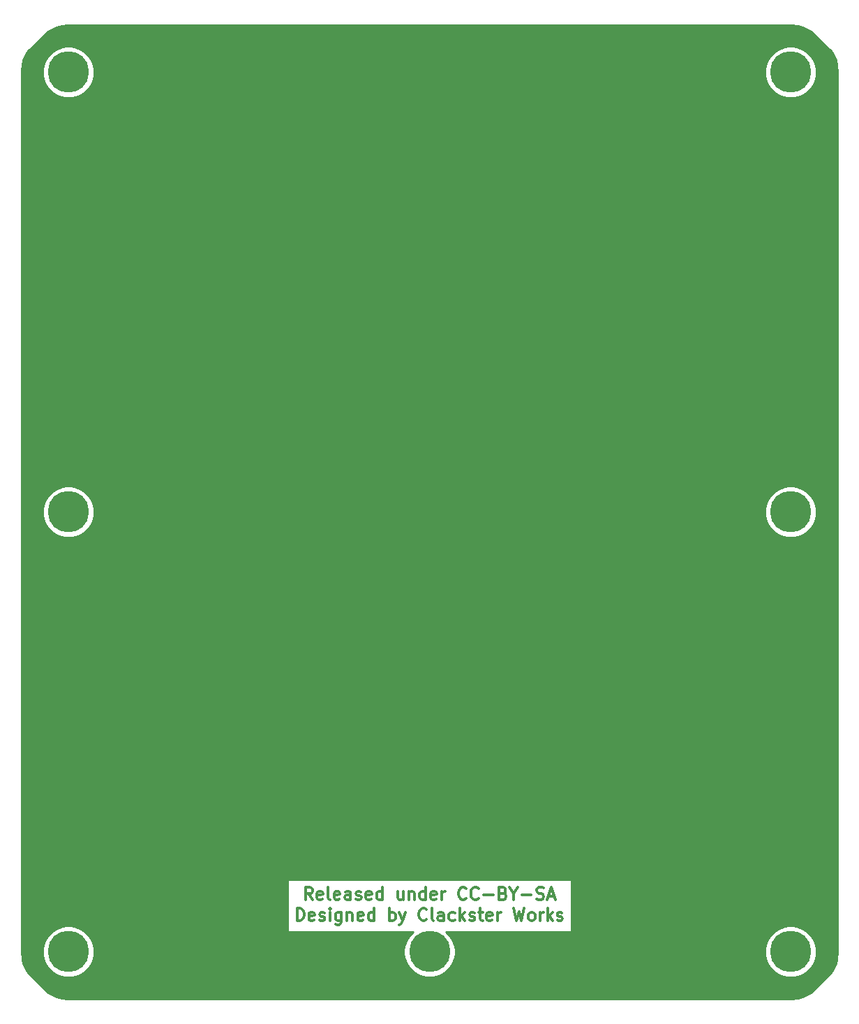
<source format=gbr>
G04 #@! TF.GenerationSoftware,KiCad,Pcbnew,(5.1.5)-3*
G04 #@! TF.CreationDate,2020-07-25T15:17:40-04:00*
G04 #@! TF.ProjectId,bottom-plate,626f7474-6f6d-42d7-906c-6174652e6b69,rev?*
G04 #@! TF.SameCoordinates,Original*
G04 #@! TF.FileFunction,Copper,L1,Top*
G04 #@! TF.FilePolarity,Positive*
%FSLAX46Y46*%
G04 Gerber Fmt 4.6, Leading zero omitted, Abs format (unit mm)*
G04 Created by KiCad (PCBNEW (5.1.5)-3) date 2020-07-25 15:17:40*
%MOMM*%
%LPD*%
G04 APERTURE LIST*
%ADD10C,0.300000*%
%ADD11C,5.000000*%
%ADD12C,0.254000*%
G04 APERTURE END LIST*
D10*
X135010714Y-143548571D02*
X134510714Y-142834285D01*
X134153571Y-143548571D02*
X134153571Y-142048571D01*
X134725000Y-142048571D01*
X134867857Y-142120000D01*
X134939285Y-142191428D01*
X135010714Y-142334285D01*
X135010714Y-142548571D01*
X134939285Y-142691428D01*
X134867857Y-142762857D01*
X134725000Y-142834285D01*
X134153571Y-142834285D01*
X136225000Y-143477142D02*
X136082142Y-143548571D01*
X135796428Y-143548571D01*
X135653571Y-143477142D01*
X135582142Y-143334285D01*
X135582142Y-142762857D01*
X135653571Y-142620000D01*
X135796428Y-142548571D01*
X136082142Y-142548571D01*
X136225000Y-142620000D01*
X136296428Y-142762857D01*
X136296428Y-142905714D01*
X135582142Y-143048571D01*
X137153571Y-143548571D02*
X137010714Y-143477142D01*
X136939285Y-143334285D01*
X136939285Y-142048571D01*
X138296428Y-143477142D02*
X138153571Y-143548571D01*
X137867857Y-143548571D01*
X137725000Y-143477142D01*
X137653571Y-143334285D01*
X137653571Y-142762857D01*
X137725000Y-142620000D01*
X137867857Y-142548571D01*
X138153571Y-142548571D01*
X138296428Y-142620000D01*
X138367857Y-142762857D01*
X138367857Y-142905714D01*
X137653571Y-143048571D01*
X139653571Y-143548571D02*
X139653571Y-142762857D01*
X139582142Y-142620000D01*
X139439285Y-142548571D01*
X139153571Y-142548571D01*
X139010714Y-142620000D01*
X139653571Y-143477142D02*
X139510714Y-143548571D01*
X139153571Y-143548571D01*
X139010714Y-143477142D01*
X138939285Y-143334285D01*
X138939285Y-143191428D01*
X139010714Y-143048571D01*
X139153571Y-142977142D01*
X139510714Y-142977142D01*
X139653571Y-142905714D01*
X140296428Y-143477142D02*
X140439285Y-143548571D01*
X140725000Y-143548571D01*
X140867857Y-143477142D01*
X140939285Y-143334285D01*
X140939285Y-143262857D01*
X140867857Y-143120000D01*
X140725000Y-143048571D01*
X140510714Y-143048571D01*
X140367857Y-142977142D01*
X140296428Y-142834285D01*
X140296428Y-142762857D01*
X140367857Y-142620000D01*
X140510714Y-142548571D01*
X140725000Y-142548571D01*
X140867857Y-142620000D01*
X142153571Y-143477142D02*
X142010714Y-143548571D01*
X141725000Y-143548571D01*
X141582142Y-143477142D01*
X141510714Y-143334285D01*
X141510714Y-142762857D01*
X141582142Y-142620000D01*
X141725000Y-142548571D01*
X142010714Y-142548571D01*
X142153571Y-142620000D01*
X142225000Y-142762857D01*
X142225000Y-142905714D01*
X141510714Y-143048571D01*
X143510714Y-143548571D02*
X143510714Y-142048571D01*
X143510714Y-143477142D02*
X143367857Y-143548571D01*
X143082142Y-143548571D01*
X142939285Y-143477142D01*
X142867857Y-143405714D01*
X142796428Y-143262857D01*
X142796428Y-142834285D01*
X142867857Y-142691428D01*
X142939285Y-142620000D01*
X143082142Y-142548571D01*
X143367857Y-142548571D01*
X143510714Y-142620000D01*
X146010714Y-142548571D02*
X146010714Y-143548571D01*
X145367857Y-142548571D02*
X145367857Y-143334285D01*
X145439285Y-143477142D01*
X145582142Y-143548571D01*
X145796428Y-143548571D01*
X145939285Y-143477142D01*
X146010714Y-143405714D01*
X146725000Y-142548571D02*
X146725000Y-143548571D01*
X146725000Y-142691428D02*
X146796428Y-142620000D01*
X146939285Y-142548571D01*
X147153571Y-142548571D01*
X147296428Y-142620000D01*
X147367857Y-142762857D01*
X147367857Y-143548571D01*
X148725000Y-143548571D02*
X148725000Y-142048571D01*
X148725000Y-143477142D02*
X148582142Y-143548571D01*
X148296428Y-143548571D01*
X148153571Y-143477142D01*
X148082142Y-143405714D01*
X148010714Y-143262857D01*
X148010714Y-142834285D01*
X148082142Y-142691428D01*
X148153571Y-142620000D01*
X148296428Y-142548571D01*
X148582142Y-142548571D01*
X148725000Y-142620000D01*
X150010714Y-143477142D02*
X149867857Y-143548571D01*
X149582142Y-143548571D01*
X149439285Y-143477142D01*
X149367857Y-143334285D01*
X149367857Y-142762857D01*
X149439285Y-142620000D01*
X149582142Y-142548571D01*
X149867857Y-142548571D01*
X150010714Y-142620000D01*
X150082142Y-142762857D01*
X150082142Y-142905714D01*
X149367857Y-143048571D01*
X150725000Y-143548571D02*
X150725000Y-142548571D01*
X150725000Y-142834285D02*
X150796428Y-142691428D01*
X150867857Y-142620000D01*
X151010714Y-142548571D01*
X151153571Y-142548571D01*
X153653571Y-143405714D02*
X153582142Y-143477142D01*
X153367857Y-143548571D01*
X153225000Y-143548571D01*
X153010714Y-143477142D01*
X152867857Y-143334285D01*
X152796428Y-143191428D01*
X152725000Y-142905714D01*
X152725000Y-142691428D01*
X152796428Y-142405714D01*
X152867857Y-142262857D01*
X153010714Y-142120000D01*
X153225000Y-142048571D01*
X153367857Y-142048571D01*
X153582142Y-142120000D01*
X153653571Y-142191428D01*
X155153571Y-143405714D02*
X155082142Y-143477142D01*
X154867857Y-143548571D01*
X154725000Y-143548571D01*
X154510714Y-143477142D01*
X154367857Y-143334285D01*
X154296428Y-143191428D01*
X154225000Y-142905714D01*
X154225000Y-142691428D01*
X154296428Y-142405714D01*
X154367857Y-142262857D01*
X154510714Y-142120000D01*
X154725000Y-142048571D01*
X154867857Y-142048571D01*
X155082142Y-142120000D01*
X155153571Y-142191428D01*
X155796428Y-142977142D02*
X156939285Y-142977142D01*
X158153571Y-142762857D02*
X158367857Y-142834285D01*
X158439285Y-142905714D01*
X158510714Y-143048571D01*
X158510714Y-143262857D01*
X158439285Y-143405714D01*
X158367857Y-143477142D01*
X158225000Y-143548571D01*
X157653571Y-143548571D01*
X157653571Y-142048571D01*
X158153571Y-142048571D01*
X158296428Y-142120000D01*
X158367857Y-142191428D01*
X158439285Y-142334285D01*
X158439285Y-142477142D01*
X158367857Y-142620000D01*
X158296428Y-142691428D01*
X158153571Y-142762857D01*
X157653571Y-142762857D01*
X159439285Y-142834285D02*
X159439285Y-143548571D01*
X158939285Y-142048571D02*
X159439285Y-142834285D01*
X159939285Y-142048571D01*
X160439285Y-142977142D02*
X161582142Y-142977142D01*
X162225000Y-143477142D02*
X162439285Y-143548571D01*
X162796428Y-143548571D01*
X162939285Y-143477142D01*
X163010714Y-143405714D01*
X163082142Y-143262857D01*
X163082142Y-143120000D01*
X163010714Y-142977142D01*
X162939285Y-142905714D01*
X162796428Y-142834285D01*
X162510714Y-142762857D01*
X162367857Y-142691428D01*
X162296428Y-142620000D01*
X162225000Y-142477142D01*
X162225000Y-142334285D01*
X162296428Y-142191428D01*
X162367857Y-142120000D01*
X162510714Y-142048571D01*
X162867857Y-142048571D01*
X163082142Y-142120000D01*
X163653571Y-143120000D02*
X164367857Y-143120000D01*
X163510714Y-143548571D02*
X164010714Y-142048571D01*
X164510714Y-143548571D01*
X133153571Y-146098571D02*
X133153571Y-144598571D01*
X133510714Y-144598571D01*
X133725000Y-144670000D01*
X133867857Y-144812857D01*
X133939285Y-144955714D01*
X134010714Y-145241428D01*
X134010714Y-145455714D01*
X133939285Y-145741428D01*
X133867857Y-145884285D01*
X133725000Y-146027142D01*
X133510714Y-146098571D01*
X133153571Y-146098571D01*
X135225000Y-146027142D02*
X135082142Y-146098571D01*
X134796428Y-146098571D01*
X134653571Y-146027142D01*
X134582142Y-145884285D01*
X134582142Y-145312857D01*
X134653571Y-145170000D01*
X134796428Y-145098571D01*
X135082142Y-145098571D01*
X135225000Y-145170000D01*
X135296428Y-145312857D01*
X135296428Y-145455714D01*
X134582142Y-145598571D01*
X135867857Y-146027142D02*
X136010714Y-146098571D01*
X136296428Y-146098571D01*
X136439285Y-146027142D01*
X136510714Y-145884285D01*
X136510714Y-145812857D01*
X136439285Y-145670000D01*
X136296428Y-145598571D01*
X136082142Y-145598571D01*
X135939285Y-145527142D01*
X135867857Y-145384285D01*
X135867857Y-145312857D01*
X135939285Y-145170000D01*
X136082142Y-145098571D01*
X136296428Y-145098571D01*
X136439285Y-145170000D01*
X137153571Y-146098571D02*
X137153571Y-145098571D01*
X137153571Y-144598571D02*
X137082142Y-144670000D01*
X137153571Y-144741428D01*
X137225000Y-144670000D01*
X137153571Y-144598571D01*
X137153571Y-144741428D01*
X138510714Y-145098571D02*
X138510714Y-146312857D01*
X138439285Y-146455714D01*
X138367857Y-146527142D01*
X138225000Y-146598571D01*
X138010714Y-146598571D01*
X137867857Y-146527142D01*
X138510714Y-146027142D02*
X138367857Y-146098571D01*
X138082142Y-146098571D01*
X137939285Y-146027142D01*
X137867857Y-145955714D01*
X137796428Y-145812857D01*
X137796428Y-145384285D01*
X137867857Y-145241428D01*
X137939285Y-145170000D01*
X138082142Y-145098571D01*
X138367857Y-145098571D01*
X138510714Y-145170000D01*
X139225000Y-145098571D02*
X139225000Y-146098571D01*
X139225000Y-145241428D02*
X139296428Y-145170000D01*
X139439285Y-145098571D01*
X139653571Y-145098571D01*
X139796428Y-145170000D01*
X139867857Y-145312857D01*
X139867857Y-146098571D01*
X141153571Y-146027142D02*
X141010714Y-146098571D01*
X140725000Y-146098571D01*
X140582142Y-146027142D01*
X140510714Y-145884285D01*
X140510714Y-145312857D01*
X140582142Y-145170000D01*
X140725000Y-145098571D01*
X141010714Y-145098571D01*
X141153571Y-145170000D01*
X141225000Y-145312857D01*
X141225000Y-145455714D01*
X140510714Y-145598571D01*
X142510714Y-146098571D02*
X142510714Y-144598571D01*
X142510714Y-146027142D02*
X142367857Y-146098571D01*
X142082142Y-146098571D01*
X141939285Y-146027142D01*
X141867857Y-145955714D01*
X141796428Y-145812857D01*
X141796428Y-145384285D01*
X141867857Y-145241428D01*
X141939285Y-145170000D01*
X142082142Y-145098571D01*
X142367857Y-145098571D01*
X142510714Y-145170000D01*
X144367857Y-146098571D02*
X144367857Y-144598571D01*
X144367857Y-145170000D02*
X144510714Y-145098571D01*
X144796428Y-145098571D01*
X144939285Y-145170000D01*
X145010714Y-145241428D01*
X145082142Y-145384285D01*
X145082142Y-145812857D01*
X145010714Y-145955714D01*
X144939285Y-146027142D01*
X144796428Y-146098571D01*
X144510714Y-146098571D01*
X144367857Y-146027142D01*
X145582142Y-145098571D02*
X145939285Y-146098571D01*
X146296428Y-145098571D02*
X145939285Y-146098571D01*
X145796428Y-146455714D01*
X145725000Y-146527142D01*
X145582142Y-146598571D01*
X148867857Y-145955714D02*
X148796428Y-146027142D01*
X148582142Y-146098571D01*
X148439285Y-146098571D01*
X148225000Y-146027142D01*
X148082142Y-145884285D01*
X148010714Y-145741428D01*
X147939285Y-145455714D01*
X147939285Y-145241428D01*
X148010714Y-144955714D01*
X148082142Y-144812857D01*
X148225000Y-144670000D01*
X148439285Y-144598571D01*
X148582142Y-144598571D01*
X148796428Y-144670000D01*
X148867857Y-144741428D01*
X149725000Y-146098571D02*
X149582142Y-146027142D01*
X149510714Y-145884285D01*
X149510714Y-144598571D01*
X150939285Y-146098571D02*
X150939285Y-145312857D01*
X150867857Y-145170000D01*
X150725000Y-145098571D01*
X150439285Y-145098571D01*
X150296428Y-145170000D01*
X150939285Y-146027142D02*
X150796428Y-146098571D01*
X150439285Y-146098571D01*
X150296428Y-146027142D01*
X150225000Y-145884285D01*
X150225000Y-145741428D01*
X150296428Y-145598571D01*
X150439285Y-145527142D01*
X150796428Y-145527142D01*
X150939285Y-145455714D01*
X152296428Y-146027142D02*
X152153571Y-146098571D01*
X151867857Y-146098571D01*
X151725000Y-146027142D01*
X151653571Y-145955714D01*
X151582142Y-145812857D01*
X151582142Y-145384285D01*
X151653571Y-145241428D01*
X151725000Y-145170000D01*
X151867857Y-145098571D01*
X152153571Y-145098571D01*
X152296428Y-145170000D01*
X152939285Y-146098571D02*
X152939285Y-144598571D01*
X153082142Y-145527142D02*
X153510714Y-146098571D01*
X153510714Y-145098571D02*
X152939285Y-145670000D01*
X154082142Y-146027142D02*
X154225000Y-146098571D01*
X154510714Y-146098571D01*
X154653571Y-146027142D01*
X154725000Y-145884285D01*
X154725000Y-145812857D01*
X154653571Y-145670000D01*
X154510714Y-145598571D01*
X154296428Y-145598571D01*
X154153571Y-145527142D01*
X154082142Y-145384285D01*
X154082142Y-145312857D01*
X154153571Y-145170000D01*
X154296428Y-145098571D01*
X154510714Y-145098571D01*
X154653571Y-145170000D01*
X155153571Y-145098571D02*
X155725000Y-145098571D01*
X155367857Y-144598571D02*
X155367857Y-145884285D01*
X155439285Y-146027142D01*
X155582142Y-146098571D01*
X155725000Y-146098571D01*
X156796428Y-146027142D02*
X156653571Y-146098571D01*
X156367857Y-146098571D01*
X156225000Y-146027142D01*
X156153571Y-145884285D01*
X156153571Y-145312857D01*
X156225000Y-145170000D01*
X156367857Y-145098571D01*
X156653571Y-145098571D01*
X156796428Y-145170000D01*
X156867857Y-145312857D01*
X156867857Y-145455714D01*
X156153571Y-145598571D01*
X157510714Y-146098571D02*
X157510714Y-145098571D01*
X157510714Y-145384285D02*
X157582142Y-145241428D01*
X157653571Y-145170000D01*
X157796428Y-145098571D01*
X157939285Y-145098571D01*
X159439285Y-144598571D02*
X159796428Y-146098571D01*
X160082142Y-145027142D01*
X160367857Y-146098571D01*
X160725000Y-144598571D01*
X161510714Y-146098571D02*
X161367857Y-146027142D01*
X161296428Y-145955714D01*
X161225000Y-145812857D01*
X161225000Y-145384285D01*
X161296428Y-145241428D01*
X161367857Y-145170000D01*
X161510714Y-145098571D01*
X161725000Y-145098571D01*
X161867857Y-145170000D01*
X161939285Y-145241428D01*
X162010714Y-145384285D01*
X162010714Y-145812857D01*
X161939285Y-145955714D01*
X161867857Y-146027142D01*
X161725000Y-146098571D01*
X161510714Y-146098571D01*
X162653571Y-146098571D02*
X162653571Y-145098571D01*
X162653571Y-145384285D02*
X162725000Y-145241428D01*
X162796428Y-145170000D01*
X162939285Y-145098571D01*
X163082142Y-145098571D01*
X163582142Y-146098571D02*
X163582142Y-144598571D01*
X163725000Y-145527142D02*
X164153571Y-146098571D01*
X164153571Y-145098571D02*
X163582142Y-145670000D01*
X164725000Y-146027142D02*
X164867857Y-146098571D01*
X165153571Y-146098571D01*
X165296428Y-146027142D01*
X165367857Y-145884285D01*
X165367857Y-145812857D01*
X165296428Y-145670000D01*
X165153571Y-145598571D01*
X164939285Y-145598571D01*
X164796428Y-145527142D01*
X164725000Y-145384285D01*
X164725000Y-145312857D01*
X164796428Y-145170000D01*
X164939285Y-145098571D01*
X165153571Y-145098571D01*
X165296428Y-145170000D01*
D11*
X105410000Y-43180000D03*
X105410000Y-149860000D03*
X105410000Y-96520000D03*
X193040000Y-149860000D03*
X149225000Y-149860000D03*
X193040000Y-43180000D03*
X193040000Y-96520000D03*
D12*
G36*
X193929791Y-37562068D02*
G01*
X194488356Y-37696168D01*
X195504768Y-38204374D01*
X198015626Y-40715232D01*
X198523831Y-41731643D01*
X198657931Y-42290207D01*
X198730001Y-43205939D01*
X198730000Y-149834074D01*
X198657931Y-150749793D01*
X198523831Y-151308357D01*
X198015626Y-152324768D01*
X195504768Y-154835626D01*
X194488356Y-155343832D01*
X193929791Y-155477932D01*
X193014074Y-155550000D01*
X105435926Y-155550000D01*
X104520207Y-155477931D01*
X103961643Y-155343831D01*
X102945232Y-154835626D01*
X100434374Y-152324768D01*
X99926168Y-151308356D01*
X99792068Y-150749791D01*
X99720000Y-149834074D01*
X99720000Y-149551229D01*
X102275000Y-149551229D01*
X102275000Y-150168771D01*
X102395476Y-150774446D01*
X102631799Y-151344979D01*
X102974886Y-151858446D01*
X103411554Y-152295114D01*
X103925021Y-152638201D01*
X104495554Y-152874524D01*
X105101229Y-152995000D01*
X105718771Y-152995000D01*
X106324446Y-152874524D01*
X106894979Y-152638201D01*
X107408446Y-152295114D01*
X107845114Y-151858446D01*
X108188201Y-151344979D01*
X108424524Y-150774446D01*
X108545000Y-150168771D01*
X108545000Y-149551229D01*
X108424524Y-148945554D01*
X108188201Y-148375021D01*
X107845114Y-147861554D01*
X107408446Y-147424886D01*
X106894979Y-147081799D01*
X106324446Y-146845476D01*
X105718771Y-146725000D01*
X105101229Y-146725000D01*
X104495554Y-146845476D01*
X103925021Y-147081799D01*
X103411554Y-147424886D01*
X102974886Y-147861554D01*
X102631799Y-148375021D01*
X102395476Y-148945554D01*
X102275000Y-149551229D01*
X99720000Y-149551229D01*
X99720000Y-141080000D01*
X132011429Y-141080000D01*
X132011429Y-147450000D01*
X147201440Y-147450000D01*
X146789886Y-147861554D01*
X146446799Y-148375021D01*
X146210476Y-148945554D01*
X146090000Y-149551229D01*
X146090000Y-150168771D01*
X146210476Y-150774446D01*
X146446799Y-151344979D01*
X146789886Y-151858446D01*
X147226554Y-152295114D01*
X147740021Y-152638201D01*
X148310554Y-152874524D01*
X148916229Y-152995000D01*
X149533771Y-152995000D01*
X150139446Y-152874524D01*
X150709979Y-152638201D01*
X151223446Y-152295114D01*
X151660114Y-151858446D01*
X152003201Y-151344979D01*
X152239524Y-150774446D01*
X152360000Y-150168771D01*
X152360000Y-149551229D01*
X189905000Y-149551229D01*
X189905000Y-150168771D01*
X190025476Y-150774446D01*
X190261799Y-151344979D01*
X190604886Y-151858446D01*
X191041554Y-152295114D01*
X191555021Y-152638201D01*
X192125554Y-152874524D01*
X192731229Y-152995000D01*
X193348771Y-152995000D01*
X193954446Y-152874524D01*
X194524979Y-152638201D01*
X195038446Y-152295114D01*
X195475114Y-151858446D01*
X195818201Y-151344979D01*
X196054524Y-150774446D01*
X196175000Y-150168771D01*
X196175000Y-149551229D01*
X196054524Y-148945554D01*
X195818201Y-148375021D01*
X195475114Y-147861554D01*
X195038446Y-147424886D01*
X194524979Y-147081799D01*
X193954446Y-146845476D01*
X193348771Y-146725000D01*
X192731229Y-146725000D01*
X192125554Y-146845476D01*
X191555021Y-147081799D01*
X191041554Y-147424886D01*
X190604886Y-147861554D01*
X190261799Y-148375021D01*
X190025476Y-148945554D01*
X189905000Y-149551229D01*
X152360000Y-149551229D01*
X152239524Y-148945554D01*
X152003201Y-148375021D01*
X151660114Y-147861554D01*
X151248560Y-147450000D01*
X166438572Y-147450000D01*
X166438572Y-141080000D01*
X132011429Y-141080000D01*
X99720000Y-141080000D01*
X99720000Y-96211229D01*
X102275000Y-96211229D01*
X102275000Y-96828771D01*
X102395476Y-97434446D01*
X102631799Y-98004979D01*
X102974886Y-98518446D01*
X103411554Y-98955114D01*
X103925021Y-99298201D01*
X104495554Y-99534524D01*
X105101229Y-99655000D01*
X105718771Y-99655000D01*
X106324446Y-99534524D01*
X106894979Y-99298201D01*
X107408446Y-98955114D01*
X107845114Y-98518446D01*
X108188201Y-98004979D01*
X108424524Y-97434446D01*
X108545000Y-96828771D01*
X108545000Y-96211229D01*
X189905000Y-96211229D01*
X189905000Y-96828771D01*
X190025476Y-97434446D01*
X190261799Y-98004979D01*
X190604886Y-98518446D01*
X191041554Y-98955114D01*
X191555021Y-99298201D01*
X192125554Y-99534524D01*
X192731229Y-99655000D01*
X193348771Y-99655000D01*
X193954446Y-99534524D01*
X194524979Y-99298201D01*
X195038446Y-98955114D01*
X195475114Y-98518446D01*
X195818201Y-98004979D01*
X196054524Y-97434446D01*
X196175000Y-96828771D01*
X196175000Y-96211229D01*
X196054524Y-95605554D01*
X195818201Y-95035021D01*
X195475114Y-94521554D01*
X195038446Y-94084886D01*
X194524979Y-93741799D01*
X193954446Y-93505476D01*
X193348771Y-93385000D01*
X192731229Y-93385000D01*
X192125554Y-93505476D01*
X191555021Y-93741799D01*
X191041554Y-94084886D01*
X190604886Y-94521554D01*
X190261799Y-95035021D01*
X190025476Y-95605554D01*
X189905000Y-96211229D01*
X108545000Y-96211229D01*
X108424524Y-95605554D01*
X108188201Y-95035021D01*
X107845114Y-94521554D01*
X107408446Y-94084886D01*
X106894979Y-93741799D01*
X106324446Y-93505476D01*
X105718771Y-93385000D01*
X105101229Y-93385000D01*
X104495554Y-93505476D01*
X103925021Y-93741799D01*
X103411554Y-94084886D01*
X102974886Y-94521554D01*
X102631799Y-95035021D01*
X102395476Y-95605554D01*
X102275000Y-96211229D01*
X99720000Y-96211229D01*
X99720000Y-43205926D01*
X99746341Y-42871229D01*
X102275000Y-42871229D01*
X102275000Y-43488771D01*
X102395476Y-44094446D01*
X102631799Y-44664979D01*
X102974886Y-45178446D01*
X103411554Y-45615114D01*
X103925021Y-45958201D01*
X104495554Y-46194524D01*
X105101229Y-46315000D01*
X105718771Y-46315000D01*
X106324446Y-46194524D01*
X106894979Y-45958201D01*
X107408446Y-45615114D01*
X107845114Y-45178446D01*
X108188201Y-44664979D01*
X108424524Y-44094446D01*
X108545000Y-43488771D01*
X108545000Y-42871229D01*
X189905000Y-42871229D01*
X189905000Y-43488771D01*
X190025476Y-44094446D01*
X190261799Y-44664979D01*
X190604886Y-45178446D01*
X191041554Y-45615114D01*
X191555021Y-45958201D01*
X192125554Y-46194524D01*
X192731229Y-46315000D01*
X193348771Y-46315000D01*
X193954446Y-46194524D01*
X194524979Y-45958201D01*
X195038446Y-45615114D01*
X195475114Y-45178446D01*
X195818201Y-44664979D01*
X196054524Y-44094446D01*
X196175000Y-43488771D01*
X196175000Y-42871229D01*
X196054524Y-42265554D01*
X195818201Y-41695021D01*
X195475114Y-41181554D01*
X195038446Y-40744886D01*
X194524979Y-40401799D01*
X193954446Y-40165476D01*
X193348771Y-40045000D01*
X192731229Y-40045000D01*
X192125554Y-40165476D01*
X191555021Y-40401799D01*
X191041554Y-40744886D01*
X190604886Y-41181554D01*
X190261799Y-41695021D01*
X190025476Y-42265554D01*
X189905000Y-42871229D01*
X108545000Y-42871229D01*
X108424524Y-42265554D01*
X108188201Y-41695021D01*
X107845114Y-41181554D01*
X107408446Y-40744886D01*
X106894979Y-40401799D01*
X106324446Y-40165476D01*
X105718771Y-40045000D01*
X105101229Y-40045000D01*
X104495554Y-40165476D01*
X103925021Y-40401799D01*
X103411554Y-40744886D01*
X102974886Y-41181554D01*
X102631799Y-41695021D01*
X102395476Y-42265554D01*
X102275000Y-42871229D01*
X99746341Y-42871229D01*
X99792068Y-42290209D01*
X99926168Y-41731644D01*
X100434374Y-40715232D01*
X102945232Y-38204374D01*
X103961643Y-37696169D01*
X104520207Y-37562069D01*
X105435926Y-37490000D01*
X193014074Y-37490000D01*
X193929791Y-37562068D01*
G37*
X193929791Y-37562068D02*
X194488356Y-37696168D01*
X195504768Y-38204374D01*
X198015626Y-40715232D01*
X198523831Y-41731643D01*
X198657931Y-42290207D01*
X198730001Y-43205939D01*
X198730000Y-149834074D01*
X198657931Y-150749793D01*
X198523831Y-151308357D01*
X198015626Y-152324768D01*
X195504768Y-154835626D01*
X194488356Y-155343832D01*
X193929791Y-155477932D01*
X193014074Y-155550000D01*
X105435926Y-155550000D01*
X104520207Y-155477931D01*
X103961643Y-155343831D01*
X102945232Y-154835626D01*
X100434374Y-152324768D01*
X99926168Y-151308356D01*
X99792068Y-150749791D01*
X99720000Y-149834074D01*
X99720000Y-149551229D01*
X102275000Y-149551229D01*
X102275000Y-150168771D01*
X102395476Y-150774446D01*
X102631799Y-151344979D01*
X102974886Y-151858446D01*
X103411554Y-152295114D01*
X103925021Y-152638201D01*
X104495554Y-152874524D01*
X105101229Y-152995000D01*
X105718771Y-152995000D01*
X106324446Y-152874524D01*
X106894979Y-152638201D01*
X107408446Y-152295114D01*
X107845114Y-151858446D01*
X108188201Y-151344979D01*
X108424524Y-150774446D01*
X108545000Y-150168771D01*
X108545000Y-149551229D01*
X108424524Y-148945554D01*
X108188201Y-148375021D01*
X107845114Y-147861554D01*
X107408446Y-147424886D01*
X106894979Y-147081799D01*
X106324446Y-146845476D01*
X105718771Y-146725000D01*
X105101229Y-146725000D01*
X104495554Y-146845476D01*
X103925021Y-147081799D01*
X103411554Y-147424886D01*
X102974886Y-147861554D01*
X102631799Y-148375021D01*
X102395476Y-148945554D01*
X102275000Y-149551229D01*
X99720000Y-149551229D01*
X99720000Y-141080000D01*
X132011429Y-141080000D01*
X132011429Y-147450000D01*
X147201440Y-147450000D01*
X146789886Y-147861554D01*
X146446799Y-148375021D01*
X146210476Y-148945554D01*
X146090000Y-149551229D01*
X146090000Y-150168771D01*
X146210476Y-150774446D01*
X146446799Y-151344979D01*
X146789886Y-151858446D01*
X147226554Y-152295114D01*
X147740021Y-152638201D01*
X148310554Y-152874524D01*
X148916229Y-152995000D01*
X149533771Y-152995000D01*
X150139446Y-152874524D01*
X150709979Y-152638201D01*
X151223446Y-152295114D01*
X151660114Y-151858446D01*
X152003201Y-151344979D01*
X152239524Y-150774446D01*
X152360000Y-150168771D01*
X152360000Y-149551229D01*
X189905000Y-149551229D01*
X189905000Y-150168771D01*
X190025476Y-150774446D01*
X190261799Y-151344979D01*
X190604886Y-151858446D01*
X191041554Y-152295114D01*
X191555021Y-152638201D01*
X192125554Y-152874524D01*
X192731229Y-152995000D01*
X193348771Y-152995000D01*
X193954446Y-152874524D01*
X194524979Y-152638201D01*
X195038446Y-152295114D01*
X195475114Y-151858446D01*
X195818201Y-151344979D01*
X196054524Y-150774446D01*
X196175000Y-150168771D01*
X196175000Y-149551229D01*
X196054524Y-148945554D01*
X195818201Y-148375021D01*
X195475114Y-147861554D01*
X195038446Y-147424886D01*
X194524979Y-147081799D01*
X193954446Y-146845476D01*
X193348771Y-146725000D01*
X192731229Y-146725000D01*
X192125554Y-146845476D01*
X191555021Y-147081799D01*
X191041554Y-147424886D01*
X190604886Y-147861554D01*
X190261799Y-148375021D01*
X190025476Y-148945554D01*
X189905000Y-149551229D01*
X152360000Y-149551229D01*
X152239524Y-148945554D01*
X152003201Y-148375021D01*
X151660114Y-147861554D01*
X151248560Y-147450000D01*
X166438572Y-147450000D01*
X166438572Y-141080000D01*
X132011429Y-141080000D01*
X99720000Y-141080000D01*
X99720000Y-96211229D01*
X102275000Y-96211229D01*
X102275000Y-96828771D01*
X102395476Y-97434446D01*
X102631799Y-98004979D01*
X102974886Y-98518446D01*
X103411554Y-98955114D01*
X103925021Y-99298201D01*
X104495554Y-99534524D01*
X105101229Y-99655000D01*
X105718771Y-99655000D01*
X106324446Y-99534524D01*
X106894979Y-99298201D01*
X107408446Y-98955114D01*
X107845114Y-98518446D01*
X108188201Y-98004979D01*
X108424524Y-97434446D01*
X108545000Y-96828771D01*
X108545000Y-96211229D01*
X189905000Y-96211229D01*
X189905000Y-96828771D01*
X190025476Y-97434446D01*
X190261799Y-98004979D01*
X190604886Y-98518446D01*
X191041554Y-98955114D01*
X191555021Y-99298201D01*
X192125554Y-99534524D01*
X192731229Y-99655000D01*
X193348771Y-99655000D01*
X193954446Y-99534524D01*
X194524979Y-99298201D01*
X195038446Y-98955114D01*
X195475114Y-98518446D01*
X195818201Y-98004979D01*
X196054524Y-97434446D01*
X196175000Y-96828771D01*
X196175000Y-96211229D01*
X196054524Y-95605554D01*
X195818201Y-95035021D01*
X195475114Y-94521554D01*
X195038446Y-94084886D01*
X194524979Y-93741799D01*
X193954446Y-93505476D01*
X193348771Y-93385000D01*
X192731229Y-93385000D01*
X192125554Y-93505476D01*
X191555021Y-93741799D01*
X191041554Y-94084886D01*
X190604886Y-94521554D01*
X190261799Y-95035021D01*
X190025476Y-95605554D01*
X189905000Y-96211229D01*
X108545000Y-96211229D01*
X108424524Y-95605554D01*
X108188201Y-95035021D01*
X107845114Y-94521554D01*
X107408446Y-94084886D01*
X106894979Y-93741799D01*
X106324446Y-93505476D01*
X105718771Y-93385000D01*
X105101229Y-93385000D01*
X104495554Y-93505476D01*
X103925021Y-93741799D01*
X103411554Y-94084886D01*
X102974886Y-94521554D01*
X102631799Y-95035021D01*
X102395476Y-95605554D01*
X102275000Y-96211229D01*
X99720000Y-96211229D01*
X99720000Y-43205926D01*
X99746341Y-42871229D01*
X102275000Y-42871229D01*
X102275000Y-43488771D01*
X102395476Y-44094446D01*
X102631799Y-44664979D01*
X102974886Y-45178446D01*
X103411554Y-45615114D01*
X103925021Y-45958201D01*
X104495554Y-46194524D01*
X105101229Y-46315000D01*
X105718771Y-46315000D01*
X106324446Y-46194524D01*
X106894979Y-45958201D01*
X107408446Y-45615114D01*
X107845114Y-45178446D01*
X108188201Y-44664979D01*
X108424524Y-44094446D01*
X108545000Y-43488771D01*
X108545000Y-42871229D01*
X189905000Y-42871229D01*
X189905000Y-43488771D01*
X190025476Y-44094446D01*
X190261799Y-44664979D01*
X190604886Y-45178446D01*
X191041554Y-45615114D01*
X191555021Y-45958201D01*
X192125554Y-46194524D01*
X192731229Y-46315000D01*
X193348771Y-46315000D01*
X193954446Y-46194524D01*
X194524979Y-45958201D01*
X195038446Y-45615114D01*
X195475114Y-45178446D01*
X195818201Y-44664979D01*
X196054524Y-44094446D01*
X196175000Y-43488771D01*
X196175000Y-42871229D01*
X196054524Y-42265554D01*
X195818201Y-41695021D01*
X195475114Y-41181554D01*
X195038446Y-40744886D01*
X194524979Y-40401799D01*
X193954446Y-40165476D01*
X193348771Y-40045000D01*
X192731229Y-40045000D01*
X192125554Y-40165476D01*
X191555021Y-40401799D01*
X191041554Y-40744886D01*
X190604886Y-41181554D01*
X190261799Y-41695021D01*
X190025476Y-42265554D01*
X189905000Y-42871229D01*
X108545000Y-42871229D01*
X108424524Y-42265554D01*
X108188201Y-41695021D01*
X107845114Y-41181554D01*
X107408446Y-40744886D01*
X106894979Y-40401799D01*
X106324446Y-40165476D01*
X105718771Y-40045000D01*
X105101229Y-40045000D01*
X104495554Y-40165476D01*
X103925021Y-40401799D01*
X103411554Y-40744886D01*
X102974886Y-41181554D01*
X102631799Y-41695021D01*
X102395476Y-42265554D01*
X102275000Y-42871229D01*
X99746341Y-42871229D01*
X99792068Y-42290209D01*
X99926168Y-41731644D01*
X100434374Y-40715232D01*
X102945232Y-38204374D01*
X103961643Y-37696169D01*
X104520207Y-37562069D01*
X105435926Y-37490000D01*
X193014074Y-37490000D01*
X193929791Y-37562068D01*
M02*

</source>
